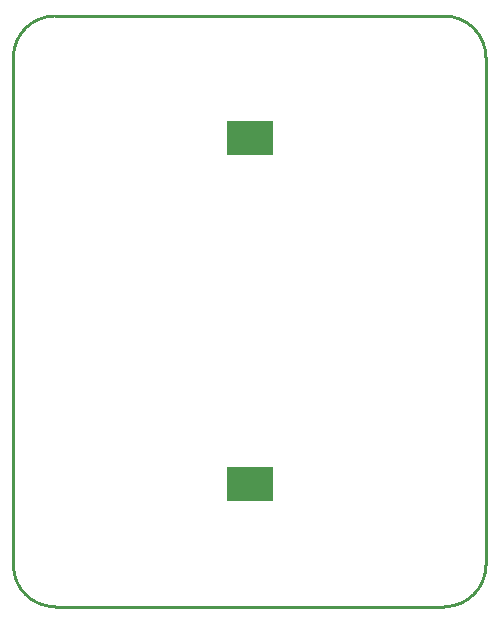
<source format=gbr>
G04 #@! TF.GenerationSoftware,KiCad,Pcbnew,(5.1.8)-1*
G04 #@! TF.CreationDate,2021-05-24T17:48:50-05:00*
G04 #@! TF.ProjectId,PIC16_Ring_of_Fire_Game,50494331-365f-4526-996e-675f6f665f46,1A*
G04 #@! TF.SameCoordinates,Original*
G04 #@! TF.FileFunction,Paste,Bot*
G04 #@! TF.FilePolarity,Positive*
%FSLAX46Y46*%
G04 Gerber Fmt 4.6, Leading zero omitted, Abs format (unit mm)*
G04 Created by KiCad (PCBNEW (5.1.8)-1) date 2021-05-24 17:48:50*
%MOMM*%
%LPD*%
G01*
G04 APERTURE LIST*
G04 #@! TA.AperFunction,Profile*
%ADD10C,0.254000*%
G04 #@! TD*
%ADD11R,4.000000X3.000000*%
G04 APERTURE END LIST*
D10*
X83500000Y-125000000D02*
X116500000Y-125000000D01*
X120000000Y-121500000D02*
G75*
G02*
X116500000Y-125000000I-3500000J0D01*
G01*
X120000000Y-78500000D02*
X120000000Y-121500000D01*
X116500000Y-75000000D02*
G75*
G02*
X120000000Y-78500000I0J-3500000D01*
G01*
X83500000Y-75000000D02*
X116500000Y-75000000D01*
X80000000Y-78500000D02*
G75*
G02*
X83500000Y-75000000I3500000J0D01*
G01*
X83500000Y-125000000D02*
G75*
G02*
X80000000Y-121500000I0J3500000D01*
G01*
X80000000Y-78500000D02*
X80000000Y-121500000D01*
D11*
X100000000Y-114650000D03*
X100000000Y-85350000D03*
M02*

</source>
